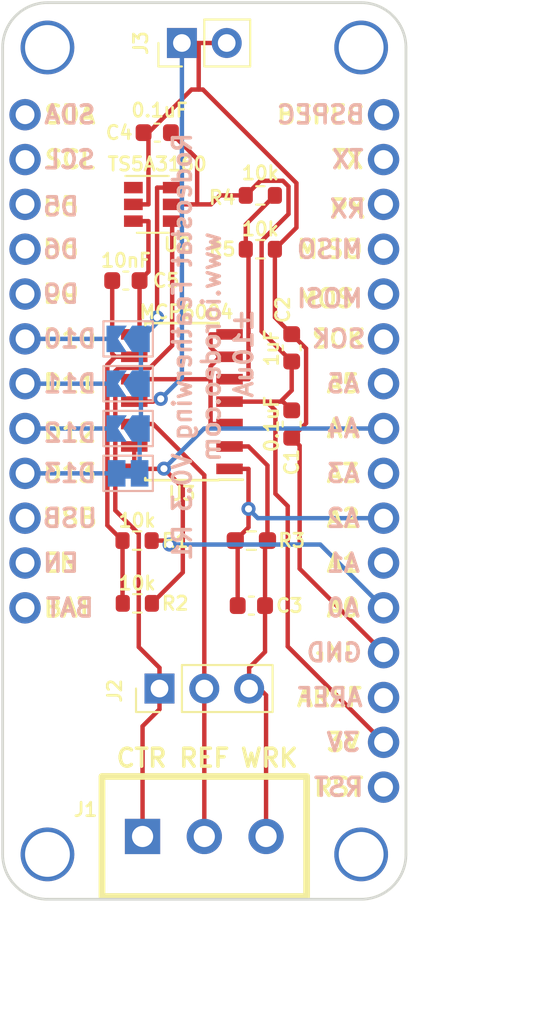
<source format=kicad_pcb>
(kicad_pcb (version 20171130) (host pcbnew 5.1.7-a382d34a8~87~ubuntu18.04.1)

  (general
    (thickness 1.6)
    (drawings 15)
    (tracks 145)
    (zones 0)
    (modules 20)
    (nets 38)
  )

  (page A4)
  (layers
    (0 F.Cu signal)
    (31 B.Cu signal)
    (32 B.Adhes user)
    (33 F.Adhes user)
    (34 B.Paste user)
    (35 F.Paste user)
    (36 B.SilkS user)
    (37 F.SilkS user)
    (38 B.Mask user)
    (39 F.Mask user)
    (40 Dwgs.User user)
    (41 Cmts.User user)
    (42 Eco1.User user)
    (43 Eco2.User user)
    (44 Edge.Cuts user)
    (45 Margin user)
    (46 B.CrtYd user)
    (47 F.CrtYd user)
    (48 B.Fab user)
    (49 F.Fab user)
  )

  (setup
    (last_trace_width 0.25)
    (trace_clearance 0.2)
    (zone_clearance 0.508)
    (zone_45_only no)
    (trace_min 0.2)
    (via_size 0.8)
    (via_drill 0.4)
    (via_min_size 0.4)
    (via_min_drill 0.3)
    (uvia_size 0.3)
    (uvia_drill 0.1)
    (uvias_allowed no)
    (uvia_min_size 0.2)
    (uvia_min_drill 0.1)
    (edge_width 0.15)
    (segment_width 0.2)
    (pcb_text_width 0.3)
    (pcb_text_size 1.5 1.5)
    (mod_edge_width 0.15)
    (mod_text_size 0.762 0.762)
    (mod_text_width 0.1524)
    (pad_size 1.524 1.524)
    (pad_drill 0.762)
    (pad_to_mask_clearance 0.051)
    (solder_mask_min_width 0.25)
    (aux_axis_origin 0 0)
    (visible_elements FFFFFF7F)
    (pcbplotparams
      (layerselection 0x010fc_ffffffff)
      (usegerberextensions false)
      (usegerberattributes false)
      (usegerberadvancedattributes false)
      (creategerberjobfile false)
      (excludeedgelayer true)
      (linewidth 0.100000)
      (plotframeref false)
      (viasonmask false)
      (mode 1)
      (useauxorigin false)
      (hpglpennumber 1)
      (hpglpenspeed 20)
      (hpglpendiameter 15.000000)
      (psnegative false)
      (psa4output false)
      (plotreference true)
      (plotvalue true)
      (plotinvisibletext false)
      (padsonsilk false)
      (subtractmaskfromsilk false)
      (outputformat 1)
      (mirror false)
      (drillshape 0)
      (scaleselection 1)
      (outputdirectory "gerber_v0p3_r1/10_uA/"))
  )

  (net 0 "")
  (net 1 GND)
  (net 2 /3V3)
  (net 3 "Net-(C5-Pad2)")
  (net 4 /CTR_ELECT)
  (net 5 /WRK_ELECT)
  (net 6 /AIN_TIA)
  (net 7 /DAC_SETPT)
  (net 8 /REF_ELECT_BUF)
  (net 9 "Net-(U1-Pad1)")
  (net 10 "Net-(U1-Pad2)")
  (net 11 "Net-(U1-Pad3)")
  (net 12 "Net-(U1-Pad4)")
  (net 13 "Net-(U1-Pad5)")
  (net 14 "Net-(U1-Pad10)")
  (net 15 "Net-(U1-Pad11)")
  (net 16 "Net-(U1-Pad12)")
  (net 17 "Net-(U1-Pad13)")
  (net 18 "Net-(U1-Pad15)")
  (net 19 "Net-(U1-Pad20)")
  (net 20 "Net-(U1-Pad22)")
  (net 21 "Net-(U1-Pad23)")
  (net 22 "Net-(U1-Pad24)")
  (net 23 "Net-(U1-Pad25)")
  (net 24 "Net-(U1-Pad26)")
  (net 25 "Net-(U1-Pad27)")
  (net 26 "Net-(U1-Pad28)")
  (net 27 /VGND)
  (net 28 /REF_ELECT)
  (net 29 "Net-(C5-Pad1)")
  (net 30 /SWITCH)
  (net 31 "Net-(JP1-Pad2)")
  (net 32 "Net-(JP2-Pad2)")
  (net 33 "Net-(JP3-Pad2)")
  (net 34 "Net-(JP4-Pad2)")
  (net 35 "Net-(R4-Pad2)")
  (net 36 "Net-(U1-Pad18)")
  (net 37 "Net-(U2-Pad1)")

  (net_class Default "This is the default net class."
    (clearance 0.2)
    (trace_width 0.25)
    (via_dia 0.8)
    (via_drill 0.4)
    (uvia_dia 0.3)
    (uvia_drill 0.1)
    (add_net /3V3)
    (add_net /AIN_TIA)
    (add_net /CTR_ELECT)
    (add_net /DAC_SETPT)
    (add_net /REF_ELECT)
    (add_net /REF_ELECT_BUF)
    (add_net /SWITCH)
    (add_net /VGND)
    (add_net /WRK_ELECT)
    (add_net GND)
    (add_net "Net-(C5-Pad1)")
    (add_net "Net-(C5-Pad2)")
    (add_net "Net-(JP1-Pad2)")
    (add_net "Net-(JP2-Pad2)")
    (add_net "Net-(JP3-Pad2)")
    (add_net "Net-(JP4-Pad2)")
    (add_net "Net-(R4-Pad2)")
    (add_net "Net-(U1-Pad1)")
    (add_net "Net-(U1-Pad10)")
    (add_net "Net-(U1-Pad11)")
    (add_net "Net-(U1-Pad12)")
    (add_net "Net-(U1-Pad13)")
    (add_net "Net-(U1-Pad15)")
    (add_net "Net-(U1-Pad18)")
    (add_net "Net-(U1-Pad2)")
    (add_net "Net-(U1-Pad20)")
    (add_net "Net-(U1-Pad22)")
    (add_net "Net-(U1-Pad23)")
    (add_net "Net-(U1-Pad24)")
    (add_net "Net-(U1-Pad25)")
    (add_net "Net-(U1-Pad26)")
    (add_net "Net-(U1-Pad27)")
    (add_net "Net-(U1-Pad28)")
    (add_net "Net-(U1-Pad3)")
    (add_net "Net-(U1-Pad4)")
    (add_net "Net-(U1-Pad5)")
    (add_net "Net-(U2-Pad1)")
  )

  (module feather_wing:feather_wing (layer F.Cu) (tedit 5E374787) (tstamp 5D7F9D47)
    (at 50.8 50.8)
    (path /5D5AD507)
    (fp_text reference U1 (at 0 -26.67) (layer F.SilkS) hide
      (effects (font (size 0.762 0.762) (thickness 0.1524)))
    )
    (fp_text value feather_wing (at 0 27.94) (layer F.Fab) hide
      (effects (font (size 0.762 0.762) (thickness 0.1524)))
    )
    (fp_line (start 8.89 -25.4) (end -8.89 -25.4) (layer F.SilkS) (width 0.15))
    (fp_line (start 11.43 -22.86) (end 11.43 22.86) (layer F.SilkS) (width 0.15))
    (fp_line (start 8.89 25.4) (end -8.89 25.4) (layer F.SilkS) (width 0.15))
    (fp_line (start -11.43 -22.86) (end -11.43 22.86) (layer F.SilkS) (width 0.15))
    (fp_text user RST (at 7.62 19.05) (layer F.SilkS)
      (effects (font (size 1.016 1.016) (thickness 0.2032)))
    )
    (fp_text user 3V (at 7.874 16.51) (layer F.SilkS)
      (effects (font (size 1.016 1.016) (thickness 0.2032)))
    )
    (fp_text user AREF (at 7.112 13.97) (layer F.SilkS)
      (effects (font (size 1.016 1.016) (thickness 0.2032)))
    )
    (fp_text user GND (at 7.366 11.43) (layer F.SilkS)
      (effects (font (size 1.016 1.016) (thickness 0.2032)))
    )
    (fp_text user A0 (at 7.874 8.89) (layer F.SilkS)
      (effects (font (size 1.016 1.016) (thickness 0.2032)))
    )
    (fp_text user A1 (at 7.874 6.35) (layer F.SilkS)
      (effects (font (size 1.016 1.016) (thickness 0.2032)))
    )
    (fp_text user A2 (at 7.874 3.81) (layer F.SilkS)
      (effects (font (size 1.016 1.016) (thickness 0.2032)))
    )
    (fp_text user A3 (at 7.874 1.27) (layer F.SilkS)
      (effects (font (size 1.016 1.016) (thickness 0.2032)))
    )
    (fp_text user A4 (at 7.874 -1.27) (layer F.SilkS)
      (effects (font (size 1.016 1.016) (thickness 0.2032)))
    )
    (fp_text user A5 (at 7.874 -3.81) (layer F.SilkS)
      (effects (font (size 1.016 1.016) (thickness 0.2032)))
    )
    (fp_text user SCK (at 7.62 -6.35) (layer F.SilkS)
      (effects (font (size 1.016 1.016) (thickness 0.2032)))
    )
    (fp_text user MOSI (at 7.112 -8.636) (layer F.SilkS)
      (effects (font (size 1.016 1.016) (thickness 0.2032)))
    )
    (fp_text user MISO (at 7.112 -11.43) (layer F.SilkS)
      (effects (font (size 1.016 1.016) (thickness 0.2032)))
    )
    (fp_text user RX (at 8.128 -13.716) (layer F.SilkS)
      (effects (font (size 1.016 1.016) (thickness 0.2032)))
    )
    (fp_text user TX (at 8.128 -16.51) (layer F.SilkS)
      (effects (font (size 1.016 1.016) (thickness 0.2032)))
    )
    (fp_text user BSPEC (at 6.604 -19.05) (layer F.SilkS)
      (effects (font (size 1.016 1.016) (thickness 0.2032)))
    )
    (fp_text user BAT (at -7.747 8.89) (layer F.SilkS)
      (effects (font (size 1.016 1.016) (thickness 0.2032)))
    )
    (fp_text user EN (at -8.128 6.35) (layer F.SilkS)
      (effects (font (size 1.016 1.016) (thickness 0.2032)))
    )
    (fp_text user USB (at -7.62 3.81) (layer F.SilkS)
      (effects (font (size 1.016 1.016) (thickness 0.2032)))
    )
    (fp_text user D13 (at -7.62 1.27) (layer F.SilkS)
      (effects (font (size 1.016 1.016) (thickness 0.2032)))
    )
    (fp_text user D12 (at -7.62 -1.016) (layer F.SilkS)
      (effects (font (size 1.016 1.016) (thickness 0.2032)))
    )
    (fp_text user D11 (at -7.62 -3.81) (layer F.SilkS)
      (effects (font (size 1.016 1.016) (thickness 0.2032)))
    )
    (fp_text user D10 (at -7.62 -6.35) (layer F.SilkS)
      (effects (font (size 1.016 1.016) (thickness 0.2032)))
    )
    (fp_text user D9 (at -8.128 -8.89) (layer F.SilkS)
      (effects (font (size 1.016 1.016) (thickness 0.2032)))
    )
    (fp_text user D6 (at -8.128 -11.43) (layer F.SilkS)
      (effects (font (size 1.016 1.016) (thickness 0.2032)))
    )
    (fp_text user D5 (at -8.128 -13.843) (layer F.SilkS)
      (effects (font (size 1.016 1.016) (thickness 0.2032)))
    )
    (fp_text user SCL (at -7.62 -16.51) (layer F.SilkS)
      (effects (font (size 1.016 1.016) (thickness 0.2032)))
    )
    (fp_text user SDA (at -7.62 -19.05) (layer F.SilkS)
      (effects (font (size 1.016 1.016) (thickness 0.2032)))
    )
    (fp_text user RST (at 7.62 19.05) (layer B.SilkS)
      (effects (font (size 1.016 1.016) (thickness 0.2032)) (justify mirror))
    )
    (fp_text user 3V (at 7.874 16.51) (layer B.SilkS)
      (effects (font (size 1.016 1.016) (thickness 0.2032)) (justify mirror))
    )
    (fp_text user AREF (at 7.112 13.97) (layer B.SilkS)
      (effects (font (size 1.016 1.016) (thickness 0.2032)) (justify mirror))
    )
    (fp_text user GND (at 7.366 11.43) (layer B.SilkS)
      (effects (font (size 1.016 1.016) (thickness 0.2032)) (justify mirror))
    )
    (fp_text user A0 (at 7.874 8.89) (layer B.SilkS)
      (effects (font (size 1.016 1.016) (thickness 0.2032)) (justify mirror))
    )
    (fp_text user A1 (at 7.874 6.35) (layer B.SilkS)
      (effects (font (size 1.016 1.016) (thickness 0.2032)) (justify mirror))
    )
    (fp_text user A2 (at 7.874 3.81) (layer B.SilkS)
      (effects (font (size 1.016 1.016) (thickness 0.2032)) (justify mirror))
    )
    (fp_text user A3 (at 7.874 1.27) (layer B.SilkS)
      (effects (font (size 1.016 1.016) (thickness 0.2032)) (justify mirror))
    )
    (fp_text user A4 (at 7.874 -1.27) (layer B.SilkS)
      (effects (font (size 1.016 1.016) (thickness 0.2032)) (justify mirror))
    )
    (fp_text user A5 (at 7.874 -3.81) (layer B.SilkS)
      (effects (font (size 1.016 1.016) (thickness 0.2032)) (justify mirror))
    )
    (fp_text user SCK (at 7.62 -6.35) (layer B.SilkS)
      (effects (font (size 1.016 1.016) (thickness 0.2032)) (justify mirror))
    )
    (fp_text user MOSI (at 7.112 -8.636) (layer B.SilkS)
      (effects (font (size 1.016 1.016) (thickness 0.2032)) (justify mirror))
    )
    (fp_text user MISO (at 7.112 -11.43) (layer B.SilkS)
      (effects (font (size 1.016 1.016) (thickness 0.2032)) (justify mirror))
    )
    (fp_text user RX (at 8.128 -13.716) (layer B.SilkS)
      (effects (font (size 1.016 1.016) (thickness 0.2032)) (justify mirror))
    )
    (fp_text user TX (at 8.128 -16.51) (layer B.SilkS)
      (effects (font (size 1.016 1.016) (thickness 0.2032)) (justify mirror))
    )
    (fp_text user BSPEC (at 6.604 -19.05) (layer B.SilkS)
      (effects (font (size 1.016 1.016) (thickness 0.2032)) (justify mirror))
    )
    (fp_text user BAT (at -7.62 8.89) (layer B.SilkS)
      (effects (font (size 1.016 1.016) (thickness 0.2032)) (justify mirror))
    )
    (fp_text user EN (at -8.128 6.35) (layer B.SilkS)
      (effects (font (size 1.016 1.016) (thickness 0.2032)) (justify mirror))
    )
    (fp_text user USB (at -7.62 3.81) (layer B.SilkS)
      (effects (font (size 1.016 1.016) (thickness 0.2032)) (justify mirror))
    )
    (fp_text user D13 (at -7.62 1.27) (layer B.SilkS)
      (effects (font (size 1.016 1.016) (thickness 0.2032)) (justify mirror))
    )
    (fp_text user D12 (at -7.62 -1.016) (layer B.SilkS)
      (effects (font (size 1.016 1.016) (thickness 0.2032)) (justify mirror))
    )
    (fp_text user D11 (at -7.62 -3.81) (layer B.SilkS)
      (effects (font (size 1.016 1.016) (thickness 0.2032)) (justify mirror))
    )
    (fp_text user D10 (at -7.62 -6.35) (layer B.SilkS)
      (effects (font (size 1.016 1.016) (thickness 0.2032)) (justify mirror))
    )
    (fp_text user D9 (at -8.128 -8.89) (layer B.SilkS)
      (effects (font (size 1.016 1.016) (thickness 0.2032)) (justify mirror))
    )
    (fp_text user D6 (at -8.128 -11.43) (layer B.SilkS)
      (effects (font (size 1.016 1.016) (thickness 0.2032)) (justify mirror))
    )
    (fp_text user D5 (at -8.128 -13.843) (layer B.SilkS)
      (effects (font (size 1.016 1.016) (thickness 0.2032)) (justify mirror))
    )
    (fp_text user SCL (at -7.62 -16.51) (layer B.SilkS)
      (effects (font (size 1.016 1.016) (thickness 0.2032)) (justify mirror))
    )
    (fp_text user SDA (at -7.62 -19.05) (layer B.SilkS)
      (effects (font (size 1.016 1.016) (thickness 0.2032)) (justify mirror))
    )
    (fp_arc (start -8.89 22.86) (end -11.43 22.86) (angle -90) (layer F.SilkS) (width 0.15))
    (fp_arc (start 8.89 22.86) (end 8.89 25.4) (angle -90) (layer F.SilkS) (width 0.15))
    (fp_arc (start 8.89 -22.86) (end 11.43 -22.86) (angle -90) (layer F.SilkS) (width 0.15))
    (fp_arc (start -8.89 -22.86) (end -8.89 -25.4) (angle -90) (layer F.SilkS) (width 0.15))
    (pad 28 thru_hole circle (at 10.16 -19.05) (size 1.778 1.778) (drill 1.0668) (layers *.Cu *.Mask)
      (net 26 "Net-(U1-Pad28)"))
    (pad 27 thru_hole circle (at 10.16 -16.51) (size 1.778 1.778) (drill 1.0668) (layers *.Cu *.Mask)
      (net 25 "Net-(U1-Pad27)"))
    (pad 26 thru_hole circle (at 10.16 -13.97) (size 1.778 1.778) (drill 1.0668) (layers *.Cu *.Mask)
      (net 24 "Net-(U1-Pad26)"))
    (pad 25 thru_hole circle (at 10.16 -11.43) (size 1.778 1.778) (drill 1.0668) (layers *.Cu *.Mask)
      (net 23 "Net-(U1-Pad25)"))
    (pad 24 thru_hole circle (at 10.16 -8.89) (size 1.778 1.778) (drill 1.0668) (layers *.Cu *.Mask)
      (net 22 "Net-(U1-Pad24)"))
    (pad 23 thru_hole circle (at 10.16 -6.35) (size 1.778 1.778) (drill 1.0668) (layers *.Cu *.Mask)
      (net 21 "Net-(U1-Pad23)"))
    (pad 22 thru_hole circle (at 10.16 -3.81) (size 1.778 1.778) (drill 1.0668) (layers *.Cu *.Mask)
      (net 20 "Net-(U1-Pad22)"))
    (pad 21 thru_hole circle (at 10.16 -1.27) (size 1.778 1.778) (drill 1.0668) (layers *.Cu *.Mask)
      (net 8 /REF_ELECT_BUF))
    (pad 20 thru_hole circle (at 10.16 1.27) (size 1.778 1.778) (drill 1.0668) (layers *.Cu *.Mask)
      (net 19 "Net-(U1-Pad20)"))
    (pad 19 thru_hole circle (at 10.16 3.81) (size 1.778 1.778) (drill 1.0668) (layers *.Cu *.Mask)
      (net 6 /AIN_TIA))
    (pad 18 thru_hole circle (at 10.16 6.35) (size 1.778 1.778) (drill 1.0668) (layers *.Cu *.Mask)
      (net 36 "Net-(U1-Pad18)"))
    (pad 17 thru_hole circle (at 10.16 8.89) (size 1.778 1.778) (drill 1.0668) (layers *.Cu *.Mask)
      (net 7 /DAC_SETPT))
    (pad 16 thru_hole circle (at 10.16 11.43) (size 1.778 1.778) (drill 1.0668) (layers *.Cu *.Mask)
      (net 1 GND))
    (pad 15 thru_hole circle (at 10.16 13.97) (size 1.778 1.778) (drill 1.0668) (layers *.Cu *.Mask)
      (net 18 "Net-(U1-Pad15)"))
    (pad 14 thru_hole circle (at 10.16 16.51) (size 1.778 1.778) (drill 1.0668) (layers *.Cu *.Mask)
      (net 2 /3V3))
    (pad 13 thru_hole circle (at 10.16 19.05) (size 1.778 1.778) (drill 1.0668) (layers *.Cu *.Mask)
      (net 17 "Net-(U1-Pad13)"))
    (pad 12 thru_hole circle (at -10.16 8.89) (size 1.778 1.778) (drill 1.0668) (layers *.Cu *.Mask)
      (net 16 "Net-(U1-Pad12)"))
    (pad 11 thru_hole circle (at -10.16 6.35) (size 1.778 1.778) (drill 1.0668) (layers *.Cu *.Mask)
      (net 15 "Net-(U1-Pad11)"))
    (pad 10 thru_hole circle (at -10.16 3.81) (size 1.778 1.778) (drill 1.0668) (layers *.Cu *.Mask)
      (net 14 "Net-(U1-Pad10)"))
    (pad 9 thru_hole circle (at -10.16 1.27) (size 1.778 1.778) (drill 1.0668) (layers *.Cu *.Mask)
      (net 31 "Net-(JP1-Pad2)"))
    (pad 8 thru_hole circle (at -10.16 -1.27) (size 1.778 1.778) (drill 1.0668) (layers *.Cu *.Mask)
      (net 32 "Net-(JP2-Pad2)"))
    (pad 7 thru_hole circle (at -10.16 -3.81) (size 1.778 1.778) (drill 1.0668) (layers *.Cu *.Mask)
      (net 33 "Net-(JP3-Pad2)"))
    (pad 6 thru_hole circle (at -10.16 -6.35) (size 1.778 1.778) (drill 1.0668) (layers *.Cu *.Mask)
      (net 34 "Net-(JP4-Pad2)"))
    (pad 5 thru_hole circle (at -10.16 -8.89) (size 1.778 1.778) (drill 1.0668) (layers *.Cu *.Mask)
      (net 13 "Net-(U1-Pad5)"))
    (pad 4 thru_hole circle (at -10.16 -11.43) (size 1.778 1.778) (drill 1.0668) (layers *.Cu *.Mask)
      (net 12 "Net-(U1-Pad4)"))
    (pad 3 thru_hole circle (at -10.16 -13.97) (size 1.778 1.778) (drill 1.0668) (layers *.Cu *.Mask)
      (net 11 "Net-(U1-Pad3)"))
    (pad 2 thru_hole circle (at -10.16 -16.51) (size 1.778 1.778) (drill 1.0668) (layers *.Cu *.Mask)
      (net 10 "Net-(U1-Pad2)"))
    (pad 1 thru_hole circle (at -10.16 -19.05) (size 1.778 1.778) (drill 1.0668) (layers *.Cu *.Mask)
      (net 9 "Net-(U1-Pad1)"))
    (pad "" thru_hole circle (at -8.89 22.86) (size 3.048 3.048) (drill 2.54) (layers *.Cu *.Mask))
    (pad "" thru_hole circle (at 8.89 22.86) (size 3.048 3.048) (drill 2.54) (layers *.Cu *.Mask))
    (pad "" np_thru_hole circle (at 8.89 -22.86) (size 3.048 3.048) (drill 2.54) (layers *.Cu *.Mask))
    (pad "" np_thru_hole circle (at -8.89 -22.86) (size 3.048 3.048) (drill 2.54) (layers *.Cu *.Mask))
  )

  (module OST_SCREW_TERM_3:CONNBLOCK3 (layer F.Cu) (tedit 5D5EDDE1) (tstamp 5D7F9CB5)
    (at 50.8 72.644)
    (path /5E6BFE61)
    (fp_text reference J1 (at -6.731 -1.524) (layer F.SilkS)
      (effects (font (size 0.762 0.762) (thickness 0.1524)))
    )
    (fp_text value Screw_Terminal_01x03 (at -0.20066 -5.40004) (layer F.SilkS) hide
      (effects (font (size 0.762 0.762) (thickness 0.1524)))
    )
    (fp_line (start 5.79882 -3.40106) (end -5.79882 -3.40106) (layer F.SilkS) (width 0.381))
    (fp_line (start 5.79882 3.40106) (end 5.79882 -3.40106) (layer F.SilkS) (width 0.381))
    (fp_line (start -5.79882 3.40106) (end 5.79882 3.40106) (layer F.SilkS) (width 0.381))
    (fp_line (start -5.79882 -3.40106) (end -5.79882 3.40106) (layer F.SilkS) (width 0.381))
    (pad 2 thru_hole circle (at 0 0) (size 2 2) (drill 1.2) (layers *.Cu *.Mask)
      (net 28 /REF_ELECT))
    (pad 1 thru_hole rect (at -3.50012 0) (size 2 2) (drill 1.2) (layers *.Cu *.Mask)
      (net 4 /CTR_ELECT))
    (pad 3 thru_hole circle (at 3.50012 0) (size 2 2) (drill 1.2) (layers *.Cu *.Mask)
      (net 5 /WRK_ELECT))
  )

  (module Connector_PinHeader_2.54mm:PinHeader_1x03_P2.54mm_Vertical (layer F.Cu) (tedit 5E3740AD) (tstamp 5E42A848)
    (at 48.26 64.262 90)
    (descr "Through hole straight pin header, 1x03, 2.54mm pitch, single row")
    (tags "Through hole pin header THT 1x03 2.54mm single row")
    (path /5E6BFCA1)
    (fp_text reference J2 (at -0.127 -2.54 90) (layer F.SilkS)
      (effects (font (size 0.762 0.762) (thickness 0.1524)))
    )
    (fp_text value Conn_01x03 (at 0 7.41 90) (layer F.Fab) hide
      (effects (font (size 0.762 0.762) (thickness 0.1524)))
    )
    (fp_line (start 1.8 -1.8) (end -1.8 -1.8) (layer F.CrtYd) (width 0.05))
    (fp_line (start 1.8 6.85) (end 1.8 -1.8) (layer F.CrtYd) (width 0.05))
    (fp_line (start -1.8 6.85) (end 1.8 6.85) (layer F.CrtYd) (width 0.05))
    (fp_line (start -1.8 -1.8) (end -1.8 6.85) (layer F.CrtYd) (width 0.05))
    (fp_line (start -1.33 -1.33) (end 0 -1.33) (layer F.SilkS) (width 0.12))
    (fp_line (start -1.33 0) (end -1.33 -1.33) (layer F.SilkS) (width 0.12))
    (fp_line (start -1.33 1.27) (end 1.33 1.27) (layer F.SilkS) (width 0.12))
    (fp_line (start 1.33 1.27) (end 1.33 6.41) (layer F.SilkS) (width 0.12))
    (fp_line (start -1.33 1.27) (end -1.33 6.41) (layer F.SilkS) (width 0.12))
    (fp_line (start -1.33 6.41) (end 1.33 6.41) (layer F.SilkS) (width 0.12))
    (fp_line (start -1.27 -0.635) (end -0.635 -1.27) (layer F.Fab) (width 0.1))
    (fp_line (start -1.27 6.35) (end -1.27 -0.635) (layer F.Fab) (width 0.1))
    (fp_line (start 1.27 6.35) (end -1.27 6.35) (layer F.Fab) (width 0.1))
    (fp_line (start 1.27 -1.27) (end 1.27 6.35) (layer F.Fab) (width 0.1))
    (fp_line (start -0.635 -1.27) (end 1.27 -1.27) (layer F.Fab) (width 0.1))
    (fp_text user %R (at 0 2.54 180) (layer F.Fab)
      (effects (font (size 0.762 0.762) (thickness 0.1524)))
    )
    (pad 1 thru_hole rect (at 0 0 90) (size 1.7 1.7) (drill 1) (layers *.Cu *.Mask)
      (net 4 /CTR_ELECT))
    (pad 2 thru_hole oval (at 0 2.54 90) (size 1.7 1.7) (drill 1) (layers *.Cu *.Mask)
      (net 28 /REF_ELECT))
    (pad 3 thru_hole oval (at 0 5.08 90) (size 1.7 1.7) (drill 1) (layers *.Cu *.Mask)
      (net 5 /WRK_ELECT))
    (model ${KISYS3DMOD}/Connector_PinHeader_2.54mm.3dshapes/PinHeader_1x03_P2.54mm_Vertical.wrl
      (at (xyz 0 0 0))
      (scale (xyz 1 1 1))
      (rotate (xyz 0 0 0))
    )
  )

  (module Connector_PinHeader_2.54mm:PinHeader_1x02_P2.54mm_Vertical (layer F.Cu) (tedit 5E3740F6) (tstamp 5E42A85E)
    (at 49.53 27.686 90)
    (descr "Through hole straight pin header, 1x02, 2.54mm pitch, single row")
    (tags "Through hole pin header THT 1x02 2.54mm single row")
    (path /5E6BF263)
    (fp_text reference J3 (at 0 -2.33 90) (layer F.SilkS)
      (effects (font (size 0.762 0.762) (thickness 0.1524)))
    )
    (fp_text value Conn_01x02 (at 0 4.87 90) (layer F.Fab) hide
      (effects (font (size 0.762 0.762) (thickness 0.1524)))
    )
    (fp_line (start 1.8 -1.8) (end -1.8 -1.8) (layer F.CrtYd) (width 0.05))
    (fp_line (start 1.8 4.35) (end 1.8 -1.8) (layer F.CrtYd) (width 0.05))
    (fp_line (start -1.8 4.35) (end 1.8 4.35) (layer F.CrtYd) (width 0.05))
    (fp_line (start -1.8 -1.8) (end -1.8 4.35) (layer F.CrtYd) (width 0.05))
    (fp_line (start -1.33 -1.33) (end 0 -1.33) (layer F.SilkS) (width 0.12))
    (fp_line (start -1.33 0) (end -1.33 -1.33) (layer F.SilkS) (width 0.12))
    (fp_line (start -1.33 1.27) (end 1.33 1.27) (layer F.SilkS) (width 0.12))
    (fp_line (start 1.33 1.27) (end 1.33 3.87) (layer F.SilkS) (width 0.12))
    (fp_line (start -1.33 1.27) (end -1.33 3.87) (layer F.SilkS) (width 0.12))
    (fp_line (start -1.33 3.87) (end 1.33 3.87) (layer F.SilkS) (width 0.12))
    (fp_line (start -1.27 -0.635) (end -0.635 -1.27) (layer F.Fab) (width 0.1))
    (fp_line (start -1.27 3.81) (end -1.27 -0.635) (layer F.Fab) (width 0.1))
    (fp_line (start 1.27 3.81) (end -1.27 3.81) (layer F.Fab) (width 0.1))
    (fp_line (start 1.27 -1.27) (end 1.27 3.81) (layer F.Fab) (width 0.1))
    (fp_line (start -0.635 -1.27) (end 1.27 -1.27) (layer F.Fab) (width 0.1))
    (fp_text user %R (at 0 1.27 180) (layer F.Fab)
      (effects (font (size 0.762 0.762) (thickness 0.1524)))
    )
    (pad 1 thru_hole rect (at 0 0 90) (size 1.7 1.7) (drill 1) (layers *.Cu *.Mask)
      (net 1 GND))
    (pad 2 thru_hole oval (at 0 2.54 90) (size 1.7 1.7) (drill 1) (layers *.Cu *.Mask)
      (net 1 GND))
    (model ${KISYS3DMOD}/Connector_PinHeader_2.54mm.3dshapes/PinHeader_1x02_P2.54mm_Vertical.wrl
      (at (xyz 0 0 0))
      (scale (xyz 1 1 1))
      (rotate (xyz 0 0 0))
    )
  )

  (module Jumper:SolderJumper-2_P1.3mm_Bridged_Pad1.0x1.5mm (layer B.Cu) (tedit 5E3746CD) (tstamp 5E42A86C)
    (at 46.482 52.07 180)
    (descr "SMD Solder Jumper, 1x1.5mm Pads, 0.3mm gap, bridged with 1 copper strip")
    (tags "solder jumper open")
    (path /5E462E81)
    (attr virtual)
    (fp_text reference JP1 (at 0 1.8 180) (layer B.SilkS) hide
      (effects (font (size 0.762 0.762) (thickness 0.1524)) (justify mirror))
    )
    (fp_text value Jumper_2_Bridged (at 0 -1.9 180) (layer B.Fab) hide
      (effects (font (size 0.762 0.762) (thickness 0.1524)) (justify mirror))
    )
    (fp_line (start 1.65 -1.25) (end -1.65 -1.25) (layer B.CrtYd) (width 0.05))
    (fp_line (start 1.65 -1.25) (end 1.65 1.25) (layer B.CrtYd) (width 0.05))
    (fp_line (start -1.65 1.25) (end -1.65 -1.25) (layer B.CrtYd) (width 0.05))
    (fp_line (start -1.65 1.25) (end 1.65 1.25) (layer B.CrtYd) (width 0.05))
    (fp_line (start -1.4 1) (end 1.4 1) (layer B.SilkS) (width 0.12))
    (fp_line (start 1.4 1) (end 1.4 -1) (layer B.SilkS) (width 0.12))
    (fp_line (start 1.4 -1) (end -1.4 -1) (layer B.SilkS) (width 0.12))
    (fp_line (start -1.4 -1) (end -1.4 1) (layer B.SilkS) (width 0.12))
    (pad 1 smd custom (at -0.65 0 180) (size 1 1.5) (layers B.Cu B.Mask)
      (net 30 /SWITCH)
      (options (clearance outline) (anchor rect))
      (primitives
        (gr_poly (pts
           (xy 0.4 0.3) (xy 0.9 0.3) (xy 0.9 -0.3) (xy 0.4 -0.3)) (width 0))
      ))
    (pad 2 smd rect (at 0.65 0 180) (size 1 1.5) (layers B.Cu B.Mask)
      (net 31 "Net-(JP1-Pad2)"))
  )

  (module Jumper:SolderJumper-2_P1.3mm_Open_TrianglePad1.0x1.5mm (layer B.Cu) (tedit 5E3746C3) (tstamp 5E42A87A)
    (at 46.482 49.53 180)
    (descr "SMD Solder Jumper, 1x1.5mm Triangular Pads, 0.3mm gap, open")
    (tags "solder jumper open")
    (path /5E46315A)
    (attr virtual)
    (fp_text reference JP2 (at 0 1.8 180) (layer B.SilkS) hide
      (effects (font (size 0.762 0.762) (thickness 0.1524)) (justify mirror))
    )
    (fp_text value Jumper_2_Open (at 0 -1.9 180) (layer B.Fab) hide
      (effects (font (size 0.762 0.762) (thickness 0.1524)) (justify mirror))
    )
    (fp_line (start -1.4 -1) (end -1.4 1) (layer B.SilkS) (width 0.12))
    (fp_line (start 1.4 -1) (end -1.4 -1) (layer B.SilkS) (width 0.12))
    (fp_line (start 1.4 1) (end 1.4 -1) (layer B.SilkS) (width 0.12))
    (fp_line (start -1.4 1) (end 1.4 1) (layer B.SilkS) (width 0.12))
    (fp_line (start -1.65 1.25) (end 1.65 1.25) (layer B.CrtYd) (width 0.05))
    (fp_line (start -1.65 1.25) (end -1.65 -1.25) (layer B.CrtYd) (width 0.05))
    (fp_line (start 1.65 -1.25) (end 1.65 1.25) (layer B.CrtYd) (width 0.05))
    (fp_line (start 1.65 -1.25) (end -1.65 -1.25) (layer B.CrtYd) (width 0.05))
    (pad 1 smd custom (at -0.725 0 180) (size 0.3 0.3) (layers B.Cu B.Mask)
      (net 30 /SWITCH) (zone_connect 0)
      (options (clearance outline) (anchor rect))
      (primitives
        (gr_poly (pts
           (xy -0.5 0.75) (xy 0.5 0.75) (xy 1 0) (xy 0.5 -0.75) (xy -0.5 -0.75)
) (width 0))
      ))
    (pad 2 smd custom (at 0.725 0 180) (size 0.3 0.3) (layers B.Cu B.Mask)
      (net 32 "Net-(JP2-Pad2)") (zone_connect 0)
      (options (clearance outline) (anchor rect))
      (primitives
        (gr_poly (pts
           (xy -0.65 0.75) (xy 0.5 0.75) (xy 0.5 -0.75) (xy -0.65 -0.75) (xy -0.15 0)
) (width 0))
      ))
  )

  (module Jumper:SolderJumper-2_P1.3mm_Open_TrianglePad1.0x1.5mm (layer B.Cu) (tedit 5E3746B8) (tstamp 5E42A888)
    (at 46.482 46.99 180)
    (descr "SMD Solder Jumper, 1x1.5mm Triangular Pads, 0.3mm gap, open")
    (tags "solder jumper open")
    (path /5E462FFE)
    (attr virtual)
    (fp_text reference JP3 (at 0 1.8 180) (layer B.SilkS) hide
      (effects (font (size 0.762 0.762) (thickness 0.1524)) (justify mirror))
    )
    (fp_text value Jumper_2_Open (at 0 -1.9 180) (layer B.Fab) hide
      (effects (font (size 0.762 0.762) (thickness 0.1524)) (justify mirror))
    )
    (fp_line (start 1.65 -1.25) (end -1.65 -1.25) (layer B.CrtYd) (width 0.05))
    (fp_line (start 1.65 -1.25) (end 1.65 1.25) (layer B.CrtYd) (width 0.05))
    (fp_line (start -1.65 1.25) (end -1.65 -1.25) (layer B.CrtYd) (width 0.05))
    (fp_line (start -1.65 1.25) (end 1.65 1.25) (layer B.CrtYd) (width 0.05))
    (fp_line (start -1.4 1) (end 1.4 1) (layer B.SilkS) (width 0.12))
    (fp_line (start 1.4 1) (end 1.4 -1) (layer B.SilkS) (width 0.12))
    (fp_line (start 1.4 -1) (end -1.4 -1) (layer B.SilkS) (width 0.12))
    (fp_line (start -1.4 -1) (end -1.4 1) (layer B.SilkS) (width 0.12))
    (pad 2 smd custom (at 0.725 0 180) (size 0.3 0.3) (layers B.Cu B.Mask)
      (net 33 "Net-(JP3-Pad2)") (zone_connect 0)
      (options (clearance outline) (anchor rect))
      (primitives
        (gr_poly (pts
           (xy -0.65 0.75) (xy 0.5 0.75) (xy 0.5 -0.75) (xy -0.65 -0.75) (xy -0.15 0)
) (width 0))
      ))
    (pad 1 smd custom (at -0.725 0 180) (size 0.3 0.3) (layers B.Cu B.Mask)
      (net 30 /SWITCH) (zone_connect 0)
      (options (clearance outline) (anchor rect))
      (primitives
        (gr_poly (pts
           (xy -0.5 0.75) (xy 0.5 0.75) (xy 1 0) (xy 0.5 -0.75) (xy -0.5 -0.75)
) (width 0))
      ))
  )

  (module Jumper:SolderJumper-2_P1.3mm_Open_TrianglePad1.0x1.5mm (layer B.Cu) (tedit 5E3746AE) (tstamp 5E42A896)
    (at 46.482 44.45 180)
    (descr "SMD Solder Jumper, 1x1.5mm Triangular Pads, 0.3mm gap, open")
    (tags "solder jumper open")
    (path /5E6B9E99)
    (attr virtual)
    (fp_text reference JP4 (at 0 1.8 180) (layer B.SilkS) hide
      (effects (font (size 0.762 0.762) (thickness 0.1524)) (justify mirror))
    )
    (fp_text value Jumper_2_Open (at 0 -1.9 180) (layer B.Fab) hide
      (effects (font (size 0.762 0.762) (thickness 0.1524)) (justify mirror))
    )
    (fp_line (start 1.65 -1.25) (end -1.65 -1.25) (layer B.CrtYd) (width 0.05))
    (fp_line (start 1.65 -1.25) (end 1.65 1.25) (layer B.CrtYd) (width 0.05))
    (fp_line (start -1.65 1.25) (end -1.65 -1.25) (layer B.CrtYd) (width 0.05))
    (fp_line (start -1.65 1.25) (end 1.65 1.25) (layer B.CrtYd) (width 0.05))
    (fp_line (start -1.4 1) (end 1.4 1) (layer B.SilkS) (width 0.12))
    (fp_line (start 1.4 1) (end 1.4 -1) (layer B.SilkS) (width 0.12))
    (fp_line (start 1.4 -1) (end -1.4 -1) (layer B.SilkS) (width 0.12))
    (fp_line (start -1.4 -1) (end -1.4 1) (layer B.SilkS) (width 0.12))
    (pad 2 smd custom (at 0.725 0 180) (size 0.3 0.3) (layers B.Cu B.Mask)
      (net 34 "Net-(JP4-Pad2)") (zone_connect 0)
      (options (clearance outline) (anchor rect))
      (primitives
        (gr_poly (pts
           (xy -0.65 0.75) (xy 0.5 0.75) (xy 0.5 -0.75) (xy -0.65 -0.75) (xy -0.15 0)
) (width 0))
      ))
    (pad 1 smd custom (at -0.725 0 180) (size 0.3 0.3) (layers B.Cu B.Mask)
      (net 30 /SWITCH) (zone_connect 0)
      (options (clearance outline) (anchor rect))
      (primitives
        (gr_poly (pts
           (xy -0.5 0.75) (xy 0.5 0.75) (xy 1 0) (xy 0.5 -0.75) (xy -0.5 -0.75)
) (width 0))
      ))
  )

  (module Package_SO:SOIC-14_3.9x8.7mm_P1.27mm (layer F.Cu) (tedit 5E3749F0) (tstamp 5E42A924)
    (at 49.53 48.006 180)
    (descr "14-Lead Plastic Small Outline (SL) - Narrow, 3.90 mm Body [SOIC] (see Microchip Packaging Specification 00000049BS.pdf)")
    (tags "SOIC 1.27")
    (path /5E49FC09)
    (attr smd)
    (fp_text reference U3 (at 0 -5.207 180) (layer F.SilkS)
      (effects (font (size 0.762 0.762) (thickness 0.1524)))
    )
    (fp_text value MCP6004 (at -0.254 5.08) (layer F.SilkS)
      (effects (font (size 0.762 0.762) (thickness 0.1524)))
    )
    (fp_line (start -0.95 -4.35) (end 1.95 -4.35) (layer F.Fab) (width 0.15))
    (fp_line (start 1.95 -4.35) (end 1.95 4.35) (layer F.Fab) (width 0.15))
    (fp_line (start 1.95 4.35) (end -1.95 4.35) (layer F.Fab) (width 0.15))
    (fp_line (start -1.95 4.35) (end -1.95 -3.35) (layer F.Fab) (width 0.15))
    (fp_line (start -1.95 -3.35) (end -0.95 -4.35) (layer F.Fab) (width 0.15))
    (fp_line (start -3.7 -4.65) (end -3.7 4.65) (layer F.CrtYd) (width 0.05))
    (fp_line (start 3.7 -4.65) (end 3.7 4.65) (layer F.CrtYd) (width 0.05))
    (fp_line (start -3.7 -4.65) (end 3.7 -4.65) (layer F.CrtYd) (width 0.05))
    (fp_line (start -3.7 4.65) (end 3.7 4.65) (layer F.CrtYd) (width 0.05))
    (fp_line (start -2.075 -4.45) (end -2.075 -4.425) (layer F.SilkS) (width 0.15))
    (fp_line (start 2.075 -4.45) (end 2.075 -4.335) (layer F.SilkS) (width 0.15))
    (fp_line (start 2.075 4.45) (end 2.075 4.335) (layer F.SilkS) (width 0.15))
    (fp_line (start -2.075 4.45) (end -2.075 4.335) (layer F.SilkS) (width 0.15))
    (fp_line (start -2.075 -4.45) (end 2.075 -4.45) (layer F.SilkS) (width 0.15))
    (fp_line (start -2.075 4.45) (end 2.075 4.45) (layer F.SilkS) (width 0.15))
    (fp_line (start -2.075 -4.425) (end -3.45 -4.425) (layer F.SilkS) (width 0.15))
    (fp_text user %R (at 0 0 180) (layer F.Fab) hide
      (effects (font (size 0.762 0.762) (thickness 0.1524)))
    )
    (pad 14 smd rect (at 2.7 -3.81 180) (size 1.5 0.6) (layers F.Cu F.Paste F.Mask)
      (net 8 /REF_ELECT_BUF))
    (pad 13 smd rect (at 2.7 -2.54 180) (size 1.5 0.6) (layers F.Cu F.Paste F.Mask)
      (net 8 /REF_ELECT_BUF))
    (pad 12 smd rect (at 2.7 -1.27 180) (size 1.5 0.6) (layers F.Cu F.Paste F.Mask)
      (net 28 /REF_ELECT))
    (pad 11 smd rect (at 2.7 0 180) (size 1.5 0.6) (layers F.Cu F.Paste F.Mask)
      (net 1 GND))
    (pad 10 smd rect (at 2.7 1.27 180) (size 1.5 0.6) (layers F.Cu F.Paste F.Mask)
      (net 27 /VGND))
    (pad 9 smd rect (at 2.7 2.54 180) (size 1.5 0.6) (layers F.Cu F.Paste F.Mask)
      (net 3 "Net-(C5-Pad2)"))
    (pad 8 smd rect (at 2.7 3.81 180) (size 1.5 0.6) (layers F.Cu F.Paste F.Mask)
      (net 29 "Net-(C5-Pad1)"))
    (pad 7 smd rect (at -2.7 3.81 180) (size 1.5 0.6) (layers F.Cu F.Paste F.Mask)
      (net 27 /VGND))
    (pad 6 smd rect (at -2.7 2.54 180) (size 1.5 0.6) (layers F.Cu F.Paste F.Mask)
      (net 27 /VGND))
    (pad 5 smd rect (at -2.7 1.27 180) (size 1.5 0.6) (layers F.Cu F.Paste F.Mask)
      (net 35 "Net-(R4-Pad2)"))
    (pad 4 smd rect (at -2.7 0 180) (size 1.5 0.6) (layers F.Cu F.Paste F.Mask)
      (net 2 /3V3))
    (pad 3 smd rect (at -2.7 -1.27 180) (size 1.5 0.6) (layers F.Cu F.Paste F.Mask)
      (net 27 /VGND))
    (pad 2 smd rect (at -2.7 -2.54 180) (size 1.5 0.6) (layers F.Cu F.Paste F.Mask)
      (net 5 /WRK_ELECT))
    (pad 1 smd rect (at -2.7 -3.81 180) (size 1.5 0.6) (layers F.Cu F.Paste F.Mask)
      (net 6 /AIN_TIA))
    (model ${KISYS3DMOD}/Package_SO.3dshapes/SOIC-14_3.9x8.7mm_P1.27mm.wrl
      (at (xyz 0 0 0))
      (scale (xyz 1 1 1))
      (rotate (xyz 0 0 0))
    )
  )

  (module Capacitor_SMD:C_0603_1608Metric (layer F.Cu) (tedit 5F68FEEE) (tstamp 5FD32DCC)
    (at 55.753 49.276 270)
    (descr "Capacitor SMD 0603 (1608 Metric), square (rectangular) end terminal, IPC_7351 nominal, (Body size source: IPC-SM-782 page 76, https://www.pcb-3d.com/wordpress/wp-content/uploads/ipc-sm-782a_amendment_1_and_2.pdf), generated with kicad-footprint-generator")
    (tags capacitor)
    (path /5E522CD9)
    (attr smd)
    (fp_text reference C1 (at 2.159 0 90) (layer F.SilkS)
      (effects (font (size 0.762 0.762) (thickness 0.1524)))
    )
    (fp_text value 0.1uF (at 0 1.143 90) (layer F.SilkS)
      (effects (font (size 0.762 0.762) (thickness 0.1524)))
    )
    (fp_line (start 1.48 0.73) (end -1.48 0.73) (layer F.CrtYd) (width 0.05))
    (fp_line (start 1.48 -0.73) (end 1.48 0.73) (layer F.CrtYd) (width 0.05))
    (fp_line (start -1.48 -0.73) (end 1.48 -0.73) (layer F.CrtYd) (width 0.05))
    (fp_line (start -1.48 0.73) (end -1.48 -0.73) (layer F.CrtYd) (width 0.05))
    (fp_line (start -0.14058 0.51) (end 0.14058 0.51) (layer F.SilkS) (width 0.12))
    (fp_line (start -0.14058 -0.51) (end 0.14058 -0.51) (layer F.SilkS) (width 0.12))
    (fp_line (start 0.8 0.4) (end -0.8 0.4) (layer F.Fab) (width 0.1))
    (fp_line (start 0.8 -0.4) (end 0.8 0.4) (layer F.Fab) (width 0.1))
    (fp_line (start -0.8 -0.4) (end 0.8 -0.4) (layer F.Fab) (width 0.1))
    (fp_line (start -0.8 0.4) (end -0.8 -0.4) (layer F.Fab) (width 0.1))
    (fp_text user %R (at 0 0 90) (layer F.Fab)
      (effects (font (size 0.762 0.762) (thickness 0.1524)))
    )
    (pad 1 smd roundrect (at -0.775 0 270) (size 0.9 0.95) (layers F.Cu F.Paste F.Mask) (roundrect_rratio 0.25)
      (net 2 /3V3))
    (pad 2 smd roundrect (at 0.775 0 270) (size 0.9 0.95) (layers F.Cu F.Paste F.Mask) (roundrect_rratio 0.25)
      (net 1 GND))
    (model ${KISYS3DMOD}/Capacitor_SMD.3dshapes/C_0603_1608Metric.wrl
      (at (xyz 0 0 0))
      (scale (xyz 1 1 1))
      (rotate (xyz 0 0 0))
    )
  )

  (module Capacitor_SMD:C_0603_1608Metric (layer F.Cu) (tedit 5F68FEEE) (tstamp 5FD32DDC)
    (at 55.753 44.958 90)
    (descr "Capacitor SMD 0603 (1608 Metric), square (rectangular) end terminal, IPC_7351 nominal, (Body size source: IPC-SM-782 page 76, https://www.pcb-3d.com/wordpress/wp-content/uploads/ipc-sm-782a_amendment_1_and_2.pdf), generated with kicad-footprint-generator")
    (tags capacitor)
    (path /5E522A57)
    (attr smd)
    (fp_text reference C2 (at 2.159 -0.508 90) (layer F.SilkS)
      (effects (font (size 0.762 0.762) (thickness 0.1524)))
    )
    (fp_text value 1uF (at 0 -1.143 90) (layer F.SilkS)
      (effects (font (size 0.762 0.762) (thickness 0.1524)))
    )
    (fp_line (start -0.8 0.4) (end -0.8 -0.4) (layer F.Fab) (width 0.1))
    (fp_line (start -0.8 -0.4) (end 0.8 -0.4) (layer F.Fab) (width 0.1))
    (fp_line (start 0.8 -0.4) (end 0.8 0.4) (layer F.Fab) (width 0.1))
    (fp_line (start 0.8 0.4) (end -0.8 0.4) (layer F.Fab) (width 0.1))
    (fp_line (start -0.14058 -0.51) (end 0.14058 -0.51) (layer F.SilkS) (width 0.12))
    (fp_line (start -0.14058 0.51) (end 0.14058 0.51) (layer F.SilkS) (width 0.12))
    (fp_line (start -1.48 0.73) (end -1.48 -0.73) (layer F.CrtYd) (width 0.05))
    (fp_line (start -1.48 -0.73) (end 1.48 -0.73) (layer F.CrtYd) (width 0.05))
    (fp_line (start 1.48 -0.73) (end 1.48 0.73) (layer F.CrtYd) (width 0.05))
    (fp_line (start 1.48 0.73) (end -1.48 0.73) (layer F.CrtYd) (width 0.05))
    (fp_text user %R (at 0 0 90) (layer F.Fab)
      (effects (font (size 0.762 0.762) (thickness 0.1524)))
    )
    (pad 2 smd roundrect (at 0.775 0 90) (size 0.9 0.95) (layers F.Cu F.Paste F.Mask) (roundrect_rratio 0.25)
      (net 1 GND))
    (pad 1 smd roundrect (at -0.775 0 90) (size 0.9 0.95) (layers F.Cu F.Paste F.Mask) (roundrect_rratio 0.25)
      (net 2 /3V3))
    (model ${KISYS3DMOD}/Capacitor_SMD.3dshapes/C_0603_1608Metric.wrl
      (at (xyz 0 0 0))
      (scale (xyz 1 1 1))
      (rotate (xyz 0 0 0))
    )
  )

  (module Capacitor_SMD:C_0603_1608Metric (layer F.Cu) (tedit 5F68FEEE) (tstamp 5FD32DEC)
    (at 53.467 59.563 180)
    (descr "Capacitor SMD 0603 (1608 Metric), square (rectangular) end terminal, IPC_7351 nominal, (Body size source: IPC-SM-782 page 76, https://www.pcb-3d.com/wordpress/wp-content/uploads/ipc-sm-782a_amendment_1_and_2.pdf), generated with kicad-footprint-generator")
    (tags capacitor)
    (path /5E5A9242)
    (attr smd)
    (fp_text reference C3 (at -2.159 0) (layer F.SilkS)
      (effects (font (size 0.762 0.762) (thickness 0.1524)))
    )
    (fp_text value 56nF (at 0 1.43) (layer F.Fab) hide
      (effects (font (size 0.762 0.762) (thickness 0.1524)))
    )
    (fp_line (start -0.8 0.4) (end -0.8 -0.4) (layer F.Fab) (width 0.1))
    (fp_line (start -0.8 -0.4) (end 0.8 -0.4) (layer F.Fab) (width 0.1))
    (fp_line (start 0.8 -0.4) (end 0.8 0.4) (layer F.Fab) (width 0.1))
    (fp_line (start 0.8 0.4) (end -0.8 0.4) (layer F.Fab) (width 0.1))
    (fp_line (start -0.14058 -0.51) (end 0.14058 -0.51) (layer F.SilkS) (width 0.12))
    (fp_line (start -0.14058 0.51) (end 0.14058 0.51) (layer F.SilkS) (width 0.12))
    (fp_line (start -1.48 0.73) (end -1.48 -0.73) (layer F.CrtYd) (width 0.05))
    (fp_line (start -1.48 -0.73) (end 1.48 -0.73) (layer F.CrtYd) (width 0.05))
    (fp_line (start 1.48 -0.73) (end 1.48 0.73) (layer F.CrtYd) (width 0.05))
    (fp_line (start 1.48 0.73) (end -1.48 0.73) (layer F.CrtYd) (width 0.05))
    (fp_text user %R (at 0 0) (layer F.Fab)
      (effects (font (size 0.762 0.762) (thickness 0.1524)))
    )
    (pad 2 smd roundrect (at 0.775 0 180) (size 0.9 0.95) (layers F.Cu F.Paste F.Mask) (roundrect_rratio 0.25)
      (net 6 /AIN_TIA))
    (pad 1 smd roundrect (at -0.775 0 180) (size 0.9 0.95) (layers F.Cu F.Paste F.Mask) (roundrect_rratio 0.25)
      (net 5 /WRK_ELECT))
    (model ${KISYS3DMOD}/Capacitor_SMD.3dshapes/C_0603_1608Metric.wrl
      (at (xyz 0 0 0))
      (scale (xyz 1 1 1))
      (rotate (xyz 0 0 0))
    )
  )

  (module Capacitor_SMD:C_0603_1608Metric (layer F.Cu) (tedit 5F68FEEE) (tstamp 5FD32DFC)
    (at 48.133 32.766 180)
    (descr "Capacitor SMD 0603 (1608 Metric), square (rectangular) end terminal, IPC_7351 nominal, (Body size source: IPC-SM-782 page 76, https://www.pcb-3d.com/wordpress/wp-content/uploads/ipc-sm-782a_amendment_1_and_2.pdf), generated with kicad-footprint-generator")
    (tags capacitor)
    (path /5E6D752A)
    (attr smd)
    (fp_text reference C4 (at 2.159 0) (layer F.SilkS)
      (effects (font (size 0.762 0.762) (thickness 0.1524)))
    )
    (fp_text value 0.1uF (at -0.127 1.27) (layer F.SilkS)
      (effects (font (size 0.762 0.762) (thickness 0.1524)))
    )
    (fp_line (start 1.48 0.73) (end -1.48 0.73) (layer F.CrtYd) (width 0.05))
    (fp_line (start 1.48 -0.73) (end 1.48 0.73) (layer F.CrtYd) (width 0.05))
    (fp_line (start -1.48 -0.73) (end 1.48 -0.73) (layer F.CrtYd) (width 0.05))
    (fp_line (start -1.48 0.73) (end -1.48 -0.73) (layer F.CrtYd) (width 0.05))
    (fp_line (start -0.14058 0.51) (end 0.14058 0.51) (layer F.SilkS) (width 0.12))
    (fp_line (start -0.14058 -0.51) (end 0.14058 -0.51) (layer F.SilkS) (width 0.12))
    (fp_line (start 0.8 0.4) (end -0.8 0.4) (layer F.Fab) (width 0.1))
    (fp_line (start 0.8 -0.4) (end 0.8 0.4) (layer F.Fab) (width 0.1))
    (fp_line (start -0.8 -0.4) (end 0.8 -0.4) (layer F.Fab) (width 0.1))
    (fp_line (start -0.8 0.4) (end -0.8 -0.4) (layer F.Fab) (width 0.1))
    (fp_text user %R (at 0 0) (layer F.Fab)
      (effects (font (size 0.762 0.762) (thickness 0.1524)))
    )
    (pad 1 smd roundrect (at -0.775 0 180) (size 0.9 0.95) (layers F.Cu F.Paste F.Mask) (roundrect_rratio 0.25)
      (net 2 /3V3))
    (pad 2 smd roundrect (at 0.775 0 180) (size 0.9 0.95) (layers F.Cu F.Paste F.Mask) (roundrect_rratio 0.25)
      (net 1 GND))
    (model ${KISYS3DMOD}/Capacitor_SMD.3dshapes/C_0603_1608Metric.wrl
      (at (xyz 0 0 0))
      (scale (xyz 1 1 1))
      (rotate (xyz 0 0 0))
    )
  )

  (module Capacitor_SMD:C_0603_1608Metric (layer F.Cu) (tedit 5F68FEEE) (tstamp 5FD32E0C)
    (at 46.355 41.148 180)
    (descr "Capacitor SMD 0603 (1608 Metric), square (rectangular) end terminal, IPC_7351 nominal, (Body size source: IPC-SM-782 page 76, https://www.pcb-3d.com/wordpress/wp-content/uploads/ipc-sm-782a_amendment_1_and_2.pdf), generated with kicad-footprint-generator")
    (tags capacitor)
    (path /5E4A054E)
    (attr smd)
    (fp_text reference C5 (at -2.286 0) (layer F.SilkS)
      (effects (font (size 0.762 0.762) (thickness 0.1524)))
    )
    (fp_text value 10nF (at 0 1.143) (layer F.SilkS)
      (effects (font (size 0.762 0.762) (thickness 0.1524)))
    )
    (fp_line (start 1.48 0.73) (end -1.48 0.73) (layer F.CrtYd) (width 0.05))
    (fp_line (start 1.48 -0.73) (end 1.48 0.73) (layer F.CrtYd) (width 0.05))
    (fp_line (start -1.48 -0.73) (end 1.48 -0.73) (layer F.CrtYd) (width 0.05))
    (fp_line (start -1.48 0.73) (end -1.48 -0.73) (layer F.CrtYd) (width 0.05))
    (fp_line (start -0.14058 0.51) (end 0.14058 0.51) (layer F.SilkS) (width 0.12))
    (fp_line (start -0.14058 -0.51) (end 0.14058 -0.51) (layer F.SilkS) (width 0.12))
    (fp_line (start 0.8 0.4) (end -0.8 0.4) (layer F.Fab) (width 0.1))
    (fp_line (start 0.8 -0.4) (end 0.8 0.4) (layer F.Fab) (width 0.1))
    (fp_line (start -0.8 -0.4) (end 0.8 -0.4) (layer F.Fab) (width 0.1))
    (fp_line (start -0.8 0.4) (end -0.8 -0.4) (layer F.Fab) (width 0.1))
    (fp_text user %R (at 0 0) (layer F.Fab)
      (effects (font (size 0.762 0.762) (thickness 0.1524)))
    )
    (pad 1 smd roundrect (at -0.775 0 180) (size 0.9 0.95) (layers F.Cu F.Paste F.Mask) (roundrect_rratio 0.25)
      (net 29 "Net-(C5-Pad1)"))
    (pad 2 smd roundrect (at 0.775 0 180) (size 0.9 0.95) (layers F.Cu F.Paste F.Mask) (roundrect_rratio 0.25)
      (net 3 "Net-(C5-Pad2)"))
    (model ${KISYS3DMOD}/Capacitor_SMD.3dshapes/C_0603_1608Metric.wrl
      (at (xyz 0 0 0))
      (scale (xyz 1 1 1))
      (rotate (xyz 0 0 0))
    )
  )

  (module Resistor_SMD:R_0603_1608Metric (layer F.Cu) (tedit 5F68FEEE) (tstamp 5FD32E1C)
    (at 46.99 55.88)
    (descr "Resistor SMD 0603 (1608 Metric), square (rectangular) end terminal, IPC_7351 nominal, (Body size source: IPC-SM-782 page 72, https://www.pcb-3d.com/wordpress/wp-content/uploads/ipc-sm-782a_amendment_1_and_2.pdf), generated with kicad-footprint-generator")
    (tags resistor)
    (path /5E4A095C)
    (attr smd)
    (fp_text reference R1 (at 2.159 0) (layer F.SilkS)
      (effects (font (size 0.762 0.762) (thickness 0.1524)))
    )
    (fp_text value 10k (at 0 -1.143) (layer F.SilkS)
      (effects (font (size 0.762 0.762) (thickness 0.1524)))
    )
    (fp_line (start 1.48 0.73) (end -1.48 0.73) (layer F.CrtYd) (width 0.05))
    (fp_line (start 1.48 -0.73) (end 1.48 0.73) (layer F.CrtYd) (width 0.05))
    (fp_line (start -1.48 -0.73) (end 1.48 -0.73) (layer F.CrtYd) (width 0.05))
    (fp_line (start -1.48 0.73) (end -1.48 -0.73) (layer F.CrtYd) (width 0.05))
    (fp_line (start -0.237258 0.5225) (end 0.237258 0.5225) (layer F.SilkS) (width 0.12))
    (fp_line (start -0.237258 -0.5225) (end 0.237258 -0.5225) (layer F.SilkS) (width 0.12))
    (fp_line (start 0.8 0.4125) (end -0.8 0.4125) (layer F.Fab) (width 0.1))
    (fp_line (start 0.8 -0.4125) (end 0.8 0.4125) (layer F.Fab) (width 0.1))
    (fp_line (start -0.8 -0.4125) (end 0.8 -0.4125) (layer F.Fab) (width 0.1))
    (fp_line (start -0.8 0.4125) (end -0.8 -0.4125) (layer F.Fab) (width 0.1))
    (fp_text user %R (at 0 0) (layer F.Fab)
      (effects (font (size 0.762 0.762) (thickness 0.1524)))
    )
    (pad 1 smd roundrect (at -0.825 0) (size 0.8 0.95) (layers F.Cu F.Paste F.Mask) (roundrect_rratio 0.25)
      (net 3 "Net-(C5-Pad2)"))
    (pad 2 smd roundrect (at 0.825 0) (size 0.8 0.95) (layers F.Cu F.Paste F.Mask) (roundrect_rratio 0.25)
      (net 7 /DAC_SETPT))
    (model ${KISYS3DMOD}/Resistor_SMD.3dshapes/R_0603_1608Metric.wrl
      (at (xyz 0 0 0))
      (scale (xyz 1 1 1))
      (rotate (xyz 0 0 0))
    )
  )

  (module Resistor_SMD:R_0603_1608Metric (layer F.Cu) (tedit 5F68FEEE) (tstamp 5FD32E2C)
    (at 47.004 59.436 180)
    (descr "Resistor SMD 0603 (1608 Metric), square (rectangular) end terminal, IPC_7351 nominal, (Body size source: IPC-SM-782 page 72, https://www.pcb-3d.com/wordpress/wp-content/uploads/ipc-sm-782a_amendment_1_and_2.pdf), generated with kicad-footprint-generator")
    (tags resistor)
    (path /5E4A0FA4)
    (attr smd)
    (fp_text reference R2 (at -2.145 0) (layer F.SilkS)
      (effects (font (size 0.762 0.762) (thickness 0.1524)))
    )
    (fp_text value 10k (at 0.014 1.143) (layer F.SilkS)
      (effects (font (size 0.762 0.762) (thickness 0.1524)))
    )
    (fp_line (start -0.8 0.4125) (end -0.8 -0.4125) (layer F.Fab) (width 0.1))
    (fp_line (start -0.8 -0.4125) (end 0.8 -0.4125) (layer F.Fab) (width 0.1))
    (fp_line (start 0.8 -0.4125) (end 0.8 0.4125) (layer F.Fab) (width 0.1))
    (fp_line (start 0.8 0.4125) (end -0.8 0.4125) (layer F.Fab) (width 0.1))
    (fp_line (start -0.237258 -0.5225) (end 0.237258 -0.5225) (layer F.SilkS) (width 0.12))
    (fp_line (start -0.237258 0.5225) (end 0.237258 0.5225) (layer F.SilkS) (width 0.12))
    (fp_line (start -1.48 0.73) (end -1.48 -0.73) (layer F.CrtYd) (width 0.05))
    (fp_line (start -1.48 -0.73) (end 1.48 -0.73) (layer F.CrtYd) (width 0.05))
    (fp_line (start 1.48 -0.73) (end 1.48 0.73) (layer F.CrtYd) (width 0.05))
    (fp_line (start 1.48 0.73) (end -1.48 0.73) (layer F.CrtYd) (width 0.05))
    (fp_text user %R (at 0 0) (layer F.Fab)
      (effects (font (size 0.762 0.762) (thickness 0.1524)))
    )
    (pad 2 smd roundrect (at 0.825 0 180) (size 0.8 0.95) (layers F.Cu F.Paste F.Mask) (roundrect_rratio 0.25)
      (net 3 "Net-(C5-Pad2)"))
    (pad 1 smd roundrect (at -0.825 0 180) (size 0.8 0.95) (layers F.Cu F.Paste F.Mask) (roundrect_rratio 0.25)
      (net 8 /REF_ELECT_BUF))
    (model ${KISYS3DMOD}/Resistor_SMD.3dshapes/R_0603_1608Metric.wrl
      (at (xyz 0 0 0))
      (scale (xyz 1 1 1))
      (rotate (xyz 0 0 0))
    )
  )

  (module Resistor_SMD:R_0603_1608Metric_Pad0.98x0.95mm_HandSolder (layer F.Cu) (tedit 5F68FEEE) (tstamp 5FD32E3C)
    (at 53.467 55.88 180)
    (descr "Resistor SMD 0603 (1608 Metric), square (rectangular) end terminal, IPC_7351 nominal with elongated pad for handsoldering. (Body size source: IPC-SM-782 page 72, https://www.pcb-3d.com/wordpress/wp-content/uploads/ipc-sm-782a_amendment_1_and_2.pdf), generated with kicad-footprint-generator")
    (tags "resistor handsolder")
    (path /5E5A8D76)
    (attr smd)
    (fp_text reference R3 (at -2.286 0) (layer F.SilkS)
      (effects (font (size 0.762 0.762) (thickness 0.1524)))
    )
    (fp_text value 16.5k (at 0 1.43) (layer F.Fab) hide
      (effects (font (size 0.762 0.762) (thickness 0.1524)))
    )
    (fp_line (start 1.65 0.73) (end -1.65 0.73) (layer F.CrtYd) (width 0.05))
    (fp_line (start 1.65 -0.73) (end 1.65 0.73) (layer F.CrtYd) (width 0.05))
    (fp_line (start -1.65 -0.73) (end 1.65 -0.73) (layer F.CrtYd) (width 0.05))
    (fp_line (start -1.65 0.73) (end -1.65 -0.73) (layer F.CrtYd) (width 0.05))
    (fp_line (start -0.254724 0.5225) (end 0.254724 0.5225) (layer F.SilkS) (width 0.12))
    (fp_line (start -0.254724 -0.5225) (end 0.254724 -0.5225) (layer F.SilkS) (width 0.12))
    (fp_line (start 0.8 0.4125) (end -0.8 0.4125) (layer F.Fab) (width 0.1))
    (fp_line (start 0.8 -0.4125) (end 0.8 0.4125) (layer F.Fab) (width 0.1))
    (fp_line (start -0.8 -0.4125) (end 0.8 -0.4125) (layer F.Fab) (width 0.1))
    (fp_line (start -0.8 0.4125) (end -0.8 -0.4125) (layer F.Fab) (width 0.1))
    (fp_text user %R (at 0 0) (layer F.Fab)
      (effects (font (size 0.762 0.762) (thickness 0.1524)))
    )
    (pad 1 smd roundrect (at -0.9125 0 180) (size 0.975 0.95) (layers F.Cu F.Paste F.Mask) (roundrect_rratio 0.25)
      (net 5 /WRK_ELECT))
    (pad 2 smd roundrect (at 0.9125 0 180) (size 0.975 0.95) (layers F.Cu F.Paste F.Mask) (roundrect_rratio 0.25)
      (net 6 /AIN_TIA))
    (model ${KISYS3DMOD}/Resistor_SMD.3dshapes/R_0603_1608Metric.wrl
      (at (xyz 0 0 0))
      (scale (xyz 1 1 1))
      (rotate (xyz 0 0 0))
    )
  )

  (module Resistor_SMD:R_0603_1608Metric (layer F.Cu) (tedit 5F68FEEE) (tstamp 5FD32E4C)
    (at 53.975 36.322)
    (descr "Resistor SMD 0603 (1608 Metric), square (rectangular) end terminal, IPC_7351 nominal, (Body size source: IPC-SM-782 page 72, https://www.pcb-3d.com/wordpress/wp-content/uploads/ipc-sm-782a_amendment_1_and_2.pdf), generated with kicad-footprint-generator")
    (tags resistor)
    (path /5E586BCC)
    (attr smd)
    (fp_text reference R4 (at -2.159 0.127) (layer F.SilkS)
      (effects (font (size 0.762 0.762) (thickness 0.1524)))
    )
    (fp_text value 10k (at 0 -1.27) (layer F.SilkS)
      (effects (font (size 0.762 0.762) (thickness 0.1524)))
    )
    (fp_line (start -0.8 0.4125) (end -0.8 -0.4125) (layer F.Fab) (width 0.1))
    (fp_line (start -0.8 -0.4125) (end 0.8 -0.4125) (layer F.Fab) (width 0.1))
    (fp_line (start 0.8 -0.4125) (end 0.8 0.4125) (layer F.Fab) (width 0.1))
    (fp_line (start 0.8 0.4125) (end -0.8 0.4125) (layer F.Fab) (width 0.1))
    (fp_line (start -0.237258 -0.5225) (end 0.237258 -0.5225) (layer F.SilkS) (width 0.12))
    (fp_line (start -0.237258 0.5225) (end 0.237258 0.5225) (layer F.SilkS) (width 0.12))
    (fp_line (start -1.48 0.73) (end -1.48 -0.73) (layer F.CrtYd) (width 0.05))
    (fp_line (start -1.48 -0.73) (end 1.48 -0.73) (layer F.CrtYd) (width 0.05))
    (fp_line (start 1.48 -0.73) (end 1.48 0.73) (layer F.CrtYd) (width 0.05))
    (fp_line (start 1.48 0.73) (end -1.48 0.73) (layer F.CrtYd) (width 0.05))
    (fp_text user %R (at 0 0) (layer F.Fab)
      (effects (font (size 0.762 0.762) (thickness 0.1524)))
    )
    (pad 2 smd roundrect (at 0.825 0) (size 0.8 0.95) (layers F.Cu F.Paste F.Mask) (roundrect_rratio 0.25)
      (net 35 "Net-(R4-Pad2)"))
    (pad 1 smd roundrect (at -0.825 0) (size 0.8 0.95) (layers F.Cu F.Paste F.Mask) (roundrect_rratio 0.25)
      (net 2 /3V3))
    (model ${KISYS3DMOD}/Resistor_SMD.3dshapes/R_0603_1608Metric.wrl
      (at (xyz 0 0 0))
      (scale (xyz 1 1 1))
      (rotate (xyz 0 0 0))
    )
  )

  (module Resistor_SMD:R_0603_1608Metric (layer F.Cu) (tedit 5F68FEEE) (tstamp 5FD32E5C)
    (at 53.975 39.37)
    (descr "Resistor SMD 0603 (1608 Metric), square (rectangular) end terminal, IPC_7351 nominal, (Body size source: IPC-SM-782 page 72, https://www.pcb-3d.com/wordpress/wp-content/uploads/ipc-sm-782a_amendment_1_and_2.pdf), generated with kicad-footprint-generator")
    (tags resistor)
    (path /5E586BC6)
    (attr smd)
    (fp_text reference R5 (at -2.159 0) (layer F.SilkS)
      (effects (font (size 0.762 0.762) (thickness 0.1524)))
    )
    (fp_text value 10k (at 0 -1.143) (layer F.SilkS)
      (effects (font (size 0.762 0.762) (thickness 0.1524)))
    )
    (fp_line (start 1.48 0.73) (end -1.48 0.73) (layer F.CrtYd) (width 0.05))
    (fp_line (start 1.48 -0.73) (end 1.48 0.73) (layer F.CrtYd) (width 0.05))
    (fp_line (start -1.48 -0.73) (end 1.48 -0.73) (layer F.CrtYd) (width 0.05))
    (fp_line (start -1.48 0.73) (end -1.48 -0.73) (layer F.CrtYd) (width 0.05))
    (fp_line (start -0.237258 0.5225) (end 0.237258 0.5225) (layer F.SilkS) (width 0.12))
    (fp_line (start -0.237258 -0.5225) (end 0.237258 -0.5225) (layer F.SilkS) (width 0.12))
    (fp_line (start 0.8 0.4125) (end -0.8 0.4125) (layer F.Fab) (width 0.1))
    (fp_line (start 0.8 -0.4125) (end 0.8 0.4125) (layer F.Fab) (width 0.1))
    (fp_line (start -0.8 -0.4125) (end 0.8 -0.4125) (layer F.Fab) (width 0.1))
    (fp_line (start -0.8 0.4125) (end -0.8 -0.4125) (layer F.Fab) (width 0.1))
    (fp_text user %R (at 0 0) (layer F.Fab)
      (effects (font (size 0.762 0.762) (thickness 0.1524)))
    )
    (pad 1 smd roundrect (at -0.825 0) (size 0.8 0.95) (layers F.Cu F.Paste F.Mask) (roundrect_rratio 0.25)
      (net 35 "Net-(R4-Pad2)"))
    (pad 2 smd roundrect (at 0.825 0) (size 0.8 0.95) (layers F.Cu F.Paste F.Mask) (roundrect_rratio 0.25)
      (net 1 GND))
    (model ${KISYS3DMOD}/Resistor_SMD.3dshapes/R_0603_1608Metric.wrl
      (at (xyz 0 0 0))
      (scale (xyz 1 1 1))
      (rotate (xyz 0 0 0))
    )
  )

  (module Package_TO_SOT_SMD:SOT-23-6 (layer F.Cu) (tedit 5A02FF57) (tstamp 5FD5AE84)
    (at 47.879 36.83)
    (descr "6-pin SOT-23 package")
    (tags SOT-23-6)
    (path /5FD59459)
    (attr smd)
    (fp_text reference U2 (at 1.397 2.286) (layer F.SilkS)
      (effects (font (size 0.762 0.762) (thickness 0.1524)))
    )
    (fp_text value TS5A3160 (at 0.254 -2.286) (layer F.SilkS)
      (effects (font (size 0.762 0.762) (thickness 0.1524)))
    )
    (fp_line (start -0.9 1.61) (end 0.9 1.61) (layer F.SilkS) (width 0.12))
    (fp_line (start 0.9 -1.61) (end -1.55 -1.61) (layer F.SilkS) (width 0.12))
    (fp_line (start 1.9 -1.8) (end -1.9 -1.8) (layer F.CrtYd) (width 0.05))
    (fp_line (start 1.9 1.8) (end 1.9 -1.8) (layer F.CrtYd) (width 0.05))
    (fp_line (start -1.9 1.8) (end 1.9 1.8) (layer F.CrtYd) (width 0.05))
    (fp_line (start -1.9 -1.8) (end -1.9 1.8) (layer F.CrtYd) (width 0.05))
    (fp_line (start -0.9 -0.9) (end -0.25 -1.55) (layer F.Fab) (width 0.1))
    (fp_line (start 0.9 -1.55) (end -0.25 -1.55) (layer F.Fab) (width 0.1))
    (fp_line (start -0.9 -0.9) (end -0.9 1.55) (layer F.Fab) (width 0.1))
    (fp_line (start 0.9 1.55) (end -0.9 1.55) (layer F.Fab) (width 0.1))
    (fp_line (start 0.9 -1.55) (end 0.9 1.55) (layer F.Fab) (width 0.1))
    (fp_text user %R (at 0 0 90) (layer F.Fab)
      (effects (font (size 0.5 0.5) (thickness 0.075)))
    )
    (pad 1 smd rect (at -1.1 -0.95) (size 1.06 0.65) (layers F.Cu F.Paste F.Mask)
      (net 37 "Net-(U2-Pad1)"))
    (pad 2 smd rect (at -1.1 0) (size 1.06 0.65) (layers F.Cu F.Paste F.Mask)
      (net 1 GND))
    (pad 3 smd rect (at -1.1 0.95) (size 1.06 0.65) (layers F.Cu F.Paste F.Mask)
      (net 29 "Net-(C5-Pad1)"))
    (pad 4 smd rect (at 1.1 0.95) (size 1.06 0.65) (layers F.Cu F.Paste F.Mask)
      (net 4 /CTR_ELECT))
    (pad 6 smd rect (at 1.1 -0.95) (size 1.06 0.65) (layers F.Cu F.Paste F.Mask)
      (net 30 /SWITCH))
    (pad 5 smd rect (at 1.1 0) (size 1.06 0.65) (layers F.Cu F.Paste F.Mask)
      (net 2 /3V3))
    (model ${KISYS3DMOD}/Package_TO_SOT_SMD.3dshapes/SOT-23-6.wrl
      (at (xyz 0 0 0))
      (scale (xyz 1 1 1))
      (rotate (xyz 0 0 0))
    )
  )

  (gr_text ±10uA (at 53.0352 45.2628 90) (layer B.SilkS)
    (effects (font (size 1.016 1.016) (thickness 0.2032)) (justify mirror))
  )
  (dimension 22.86 (width 0.3) (layer Dwgs.User)
    (gr_text "0.9000 in" (at 50.8 84.65) (layer Dwgs.User)
      (effects (font (size 1.5 1.5) (thickness 0.3)))
    )
    (feature1 (pts (xy 62.23 73.66) (xy 62.23 83.136421)))
    (feature2 (pts (xy 39.37 73.66) (xy 39.37 83.136421)))
    (crossbar (pts (xy 39.37 82.55) (xy 62.23 82.55)))
    (arrow1a (pts (xy 62.23 82.55) (xy 61.103496 83.136421)))
    (arrow1b (pts (xy 62.23 82.55) (xy 61.103496 81.963579)))
    (arrow2a (pts (xy 39.37 82.55) (xy 40.496504 83.136421)))
    (arrow2b (pts (xy 39.37 82.55) (xy 40.496504 81.963579)))
  )
  (dimension 50.8 (width 0.3) (layer Dwgs.User)
    (gr_text "2.0000 in" (at 68.648 50.8 270) (layer Dwgs.User)
      (effects (font (size 1.5 1.5) (thickness 0.3)))
    )
    (feature1 (pts (xy 59.69 76.2) (xy 67.134421 76.2)))
    (feature2 (pts (xy 59.69 25.4) (xy 67.134421 25.4)))
    (crossbar (pts (xy 66.548 25.4) (xy 66.548 76.2)))
    (arrow1a (pts (xy 66.548 76.2) (xy 65.961579 75.073496)))
    (arrow1b (pts (xy 66.548 76.2) (xy 67.134421 75.073496)))
    (arrow2a (pts (xy 66.548 25.4) (xy 65.961579 26.526504)))
    (arrow2b (pts (xy 66.548 25.4) (xy 67.134421 26.526504)))
  )
  (gr_line (start 39.37 73.66) (end 39.37 27.94) (layer Edge.Cuts) (width 0.15))
  (gr_line (start 59.69 76.2) (end 41.91 76.2) (layer Edge.Cuts) (width 0.15))
  (gr_line (start 62.23 27.94) (end 62.23 73.66) (layer Edge.Cuts) (width 0.15))
  (gr_arc (start 59.69 27.94) (end 62.23 27.94) (angle -90) (layer Edge.Cuts) (width 0.15))
  (gr_line (start 41.91 25.4) (end 59.69 25.4) (layer Edge.Cuts) (width 0.15))
  (gr_arc (start 59.69 73.66) (end 59.69 76.2) (angle -90) (layer Edge.Cuts) (width 0.15))
  (gr_arc (start 41.91 73.66) (end 39.37 73.66) (angle -90) (layer Edge.Cuts) (width 0.15))
  (gr_arc (start 41.91 27.94) (end 41.91 25.4) (angle -90) (layer Edge.Cuts) (width 0.15))
  (gr_text "Rodeostat Featherwing V0.3 R1\nwww.iorodeo.com" (at 50.3682 44.9072 90) (layer B.SilkS)
    (effects (font (size 1.016 1.016) (thickness 0.2032)) (justify mirror))
  )
  (gr_text WRK (at 54.483 68.199) (layer F.SilkS) (tstamp 5D80F346)
    (effects (font (size 1.016 1.016) (thickness 0.2032)))
  )
  (gr_text REF (at 50.8 68.199) (layer F.SilkS) (tstamp 5D80F27B)
    (effects (font (size 1.016 1.016) (thickness 0.2032)))
  )
  (gr_text CTR (at 47.244 68.199) (layer F.SilkS)
    (effects (font (size 1.016 1.016) (thickness 0.2032)))
  )

  (segment (start 54.8 39.37) (end 56.0218 38.1482) (width 0.25) (layer F.Cu) (net 1))
  (segment (start 56.0218 38.1482) (end 56.0218 35.6246) (width 0.25) (layer F.Cu) (net 1))
  (segment (start 56.0218 35.6246) (end 50.7213 30.3241) (width 0.25) (layer F.Cu) (net 1))
  (segment (start 50.7213 30.3241) (end 50.4825 30.3241) (width 0.25) (layer F.Cu) (net 1))
  (segment (start 48.3307 47.8496) (end 48.0617 47.8496) (width 0.25) (layer F.Cu) (net 1))
  (segment (start 48.0617 47.8496) (end 47.9053 48.006) (width 0.25) (layer F.Cu) (net 1))
  (segment (start 49.53 27.686) (end 49.53 46.6503) (width 0.25) (layer B.Cu) (net 1))
  (segment (start 49.53 46.6503) (end 48.3307 47.8496) (width 0.25) (layer B.Cu) (net 1))
  (segment (start 55.753 44.183) (end 56.5684 44.9984) (width 0.25) (layer F.Cu) (net 1))
  (segment (start 56.5684 44.9984) (end 56.5684 49.2356) (width 0.25) (layer F.Cu) (net 1))
  (segment (start 56.5684 49.2356) (end 55.753 50.051) (width 0.25) (layer F.Cu) (net 1))
  (segment (start 54.8 39.37) (end 54.8 43.23) (width 0.25) (layer F.Cu) (net 1))
  (segment (start 54.8 43.23) (end 55.753 44.183) (width 0.25) (layer F.Cu) (net 1))
  (segment (start 46.83 48.006) (end 47.9053 48.006) (width 0.25) (layer F.Cu) (net 1))
  (segment (start 60.96 62.23) (end 56.2033 57.4733) (width 0.25) (layer F.Cu) (net 1))
  (segment (start 56.2033 57.4733) (end 56.2033 50.5013) (width 0.25) (layer F.Cu) (net 1))
  (segment (start 56.2033 50.5013) (end 55.753 50.051) (width 0.25) (layer F.Cu) (net 1))
  (segment (start 50.4825 30.3241) (end 50.0762 30.3241) (width 0.25) (layer F.Cu) (net 1))
  (segment (start 50.0762 30.3241) (end 47.6343 32.766) (width 0.25) (layer F.Cu) (net 1))
  (segment (start 50.4825 27.686) (end 50.4825 30.3241) (width 0.25) (layer F.Cu) (net 1))
  (segment (start 47.6343 32.766) (end 47.358 32.766) (width 0.25) (layer F.Cu) (net 1))
  (segment (start 47.6343 32.766) (end 47.6343 36.83) (width 0.25) (layer F.Cu) (net 1))
  (segment (start 46.779 36.83) (end 47.6343 36.83) (width 0.25) (layer F.Cu) (net 1))
  (segment (start 50.4825 27.686) (end 52.07 27.686) (width 0.25) (layer F.Cu) (net 1))
  (segment (start 49.53 27.686) (end 50.4825 27.686) (width 0.25) (layer F.Cu) (net 1))
  (via (at 48.3307 47.8496) (size 0.8) (layers F.Cu B.Cu) (net 1))
  (segment (start 55.753 45.733) (end 54.0472 44.0272) (width 0.25) (layer F.Cu) (net 2))
  (segment (start 54.0472 44.0272) (end 54.0472 38.9027) (width 0.25) (layer F.Cu) (net 2))
  (segment (start 54.0472 38.9027) (end 55.5715 37.3784) (width 0.25) (layer F.Cu) (net 2))
  (segment (start 55.5715 37.3784) (end 55.5715 35.8112) (width 0.25) (layer F.Cu) (net 2))
  (segment (start 55.5715 35.8112) (end 55.254 35.4937) (width 0.25) (layer F.Cu) (net 2))
  (segment (start 55.254 35.4937) (end 53.9783 35.4937) (width 0.25) (layer F.Cu) (net 2))
  (segment (start 53.9783 35.4937) (end 53.15 36.322) (width 0.25) (layer F.Cu) (net 2))
  (segment (start 55.753 45.733) (end 55.753 47.371) (width 0.25) (layer F.Cu) (net 2))
  (segment (start 55.753 47.371) (end 55.118 48.006) (width 0.25) (layer F.Cu) (net 2))
  (segment (start 54.3242 48.006) (end 54.8299 48.5117) (width 0.25) (layer F.Cu) (net 2))
  (segment (start 54.8299 48.5117) (end 54.8299 53.2251) (width 0.25) (layer F.Cu) (net 2))
  (segment (start 54.8299 53.2251) (end 55.5279 53.9231) (width 0.25) (layer F.Cu) (net 2))
  (segment (start 55.5279 53.9231) (end 55.5279 61.8779) (width 0.25) (layer F.Cu) (net 2))
  (segment (start 55.5279 61.8779) (end 60.96 67.31) (width 0.25) (layer F.Cu) (net 2))
  (segment (start 54.3242 48.006) (end 55.118 48.006) (width 0.25) (layer F.Cu) (net 2))
  (segment (start 52.23 48.006) (end 54.3242 48.006) (width 0.25) (layer F.Cu) (net 2))
  (segment (start 55.118 48.006) (end 55.258 48.006) (width 0.25) (layer F.Cu) (net 2))
  (segment (start 55.258 48.006) (end 55.753 48.501) (width 0.25) (layer F.Cu) (net 2))
  (segment (start 50.3951 36.83) (end 51.181 36.83) (width 0.25) (layer F.Cu) (net 2))
  (segment (start 51.181 36.83) (end 51.689 36.322) (width 0.25) (layer F.Cu) (net 2))
  (segment (start 51.689 36.322) (end 53.15 36.322) (width 0.25) (layer F.Cu) (net 2))
  (segment (start 50.3951 36.83) (end 50.3951 34.2531) (width 0.25) (layer F.Cu) (net 2))
  (segment (start 50.3951 34.2531) (end 48.908 32.766) (width 0.25) (layer F.Cu) (net 2))
  (segment (start 48.979 36.83) (end 50.3951 36.83) (width 0.25) (layer F.Cu) (net 2))
  (segment (start 45.7547 45.466) (end 45.3044 45.9163) (width 0.25) (layer F.Cu) (net 3))
  (segment (start 45.3044 45.9163) (end 45.3044 55.0194) (width 0.25) (layer F.Cu) (net 3))
  (segment (start 45.3044 55.0194) (end 46.165 55.88) (width 0.25) (layer F.Cu) (net 3))
  (segment (start 45.58 41.148) (end 45.58 45.2913) (width 0.25) (layer F.Cu) (net 3))
  (segment (start 45.58 45.2913) (end 45.7547 45.466) (width 0.25) (layer F.Cu) (net 3))
  (segment (start 46.179 59.436) (end 46.165 59.422) (width 0.25) (layer F.Cu) (net 3))
  (segment (start 46.165 59.422) (end 46.165 55.88) (width 0.25) (layer F.Cu) (net 3))
  (segment (start 46.83 45.466) (end 45.7547 45.466) (width 0.25) (layer F.Cu) (net 3))
  (segment (start 48.26 64.262) (end 48.26 63.0867) (width 0.25) (layer F.Cu) (net 4))
  (segment (start 48.979 37.78) (end 48.979 44.8271) (width 0.25) (layer F.Cu) (net 4))
  (segment (start 48.979 44.8271) (end 47.7147 46.0914) (width 0.25) (layer F.Cu) (net 4))
  (segment (start 47.7147 46.0914) (end 45.9452 46.0914) (width 0.25) (layer F.Cu) (net 4))
  (segment (start 45.9452 46.0914) (end 45.7547 46.2819) (width 0.25) (layer F.Cu) (net 4))
  (segment (start 45.7547 46.2819) (end 45.7547 54.1676) (width 0.25) (layer F.Cu) (net 4))
  (segment (start 45.7547 54.1676) (end 47.0847 55.4976) (width 0.25) (layer F.Cu) (net 4))
  (segment (start 47.0847 55.4976) (end 47.0847 61.9114) (width 0.25) (layer F.Cu) (net 4))
  (segment (start 47.0847 61.9114) (end 48.26 63.0867) (width 0.25) (layer F.Cu) (net 4))
  (segment (start 48.26 64.8496) (end 48.26 64.262) (width 0.25) (layer F.Cu) (net 4))
  (segment (start 48.26 64.8496) (end 48.26 65.4373) (width 0.25) (layer F.Cu) (net 4))
  (segment (start 48.26 65.4373) (end 47.2999 66.3974) (width 0.25) (layer F.Cu) (net 4))
  (segment (start 47.2999 66.3974) (end 47.2999 72.644) (width 0.25) (layer F.Cu) (net 4))
  (segment (start 53.34 63.6743) (end 54.3001 64.6344) (width 0.25) (layer F.Cu) (net 5))
  (segment (start 54.3001 64.6344) (end 54.3001 72.644) (width 0.25) (layer F.Cu) (net 5))
  (segment (start 53.34 63.6743) (end 53.34 63.0867) (width 0.25) (layer F.Cu) (net 5))
  (segment (start 53.34 64.262) (end 53.34 63.6743) (width 0.25) (layer F.Cu) (net 5))
  (segment (start 54.242 59.563) (end 54.242 62.1847) (width 0.25) (layer F.Cu) (net 5))
  (segment (start 54.242 62.1847) (end 53.34 63.0867) (width 0.25) (layer F.Cu) (net 5))
  (segment (start 54.3795 55.88) (end 54.242 56.0175) (width 0.25) (layer F.Cu) (net 5))
  (segment (start 54.242 56.0175) (end 54.242 59.563) (width 0.25) (layer F.Cu) (net 5))
  (segment (start 52.23 50.546) (end 53.3053 50.546) (width 0.25) (layer F.Cu) (net 5))
  (segment (start 53.3053 50.546) (end 54.3795 51.6202) (width 0.25) (layer F.Cu) (net 5))
  (segment (start 54.3795 51.6202) (end 54.3795 55.88) (width 0.25) (layer F.Cu) (net 5))
  (segment (start 60.96 54.61) (end 53.8326 54.61) (width 0.25) (layer B.Cu) (net 6))
  (segment (start 53.8326 54.61) (end 53.3053 54.0827) (width 0.25) (layer B.Cu) (net 6))
  (segment (start 53.3053 54.0827) (end 53.3053 51.816) (width 0.25) (layer F.Cu) (net 6))
  (segment (start 52.5545 55.88) (end 53.3053 55.1292) (width 0.25) (layer F.Cu) (net 6))
  (segment (start 53.3053 55.1292) (end 53.3053 54.0827) (width 0.25) (layer F.Cu) (net 6))
  (segment (start 52.5545 55.88) (end 52.692 56.0175) (width 0.25) (layer F.Cu) (net 6))
  (segment (start 52.692 56.0175) (end 52.692 59.563) (width 0.25) (layer F.Cu) (net 6))
  (segment (start 52.23 51.816) (end 53.3053 51.816) (width 0.25) (layer F.Cu) (net 6))
  (via (at 53.3053 54.0827) (size 0.8) (layers F.Cu B.Cu) (net 6))
  (segment (start 48.8357 56.1037) (end 57.3737 56.1037) (width 0.25) (layer B.Cu) (net 7))
  (segment (start 57.3737 56.1037) (end 60.96 59.69) (width 0.25) (layer B.Cu) (net 7))
  (segment (start 47.815 55.88) (end 48.612 55.88) (width 0.25) (layer F.Cu) (net 7))
  (segment (start 48.612 55.88) (end 48.8357 56.1037) (width 0.25) (layer F.Cu) (net 7))
  (via (at 48.8357 56.1037) (size 0.8) (layers F.Cu B.Cu) (net 7))
  (segment (start 47.829 59.436) (end 49.5805 57.6845) (width 0.25) (layer F.Cu) (net 8))
  (segment (start 49.5805 57.6845) (end 49.5805 52.8832) (width 0.25) (layer F.Cu) (net 8))
  (segment (start 49.5805 52.8832) (end 48.5133 51.816) (width 0.25) (layer F.Cu) (net 8))
  (segment (start 48.5133 51.816) (end 48.5133 51.8037) (width 0.25) (layer F.Cu) (net 8))
  (segment (start 47.7927 51.816) (end 48.5133 51.816) (width 0.25) (layer F.Cu) (net 8))
  (segment (start 48.5133 51.8037) (end 50.787 49.53) (width 0.25) (layer B.Cu) (net 8))
  (segment (start 50.787 49.53) (end 60.96 49.53) (width 0.25) (layer B.Cu) (net 8))
  (segment (start 46.83 51.816) (end 47.7927 51.816) (width 0.25) (layer F.Cu) (net 8))
  (segment (start 46.83 50.546) (end 46.83 51.816) (width 0.25) (layer F.Cu) (net 8))
  (via (at 48.5133 51.8037) (size 0.8) (layers F.Cu B.Cu) (net 8))
  (segment (start 51.1547 46.736) (end 51.1547 46.0037) (width 0.25) (layer F.Cu) (net 27))
  (segment (start 51.1547 46.0037) (end 51.6924 45.466) (width 0.25) (layer F.Cu) (net 27))
  (segment (start 51.1547 49.276) (end 51.1547 46.736) (width 0.25) (layer F.Cu) (net 27))
  (segment (start 51.1547 46.736) (end 47.9053 46.736) (width 0.25) (layer F.Cu) (net 27))
  (segment (start 46.83 46.736) (end 47.9053 46.736) (width 0.25) (layer F.Cu) (net 27))
  (segment (start 52.23 49.276) (end 51.1547 49.276) (width 0.25) (layer F.Cu) (net 27))
  (segment (start 51.6924 45.466) (end 51.1547 44.9283) (width 0.25) (layer F.Cu) (net 27))
  (segment (start 51.1547 44.9283) (end 51.1547 44.196) (width 0.25) (layer F.Cu) (net 27))
  (segment (start 52.23 44.196) (end 51.1547 44.196) (width 0.25) (layer F.Cu) (net 27))
  (segment (start 52.23 45.466) (end 51.6924 45.466) (width 0.25) (layer F.Cu) (net 27))
  (segment (start 50.8 63.0867) (end 50.8 52.1707) (width 0.25) (layer F.Cu) (net 28))
  (segment (start 50.8 52.1707) (end 47.9053 49.276) (width 0.25) (layer F.Cu) (net 28))
  (segment (start 50.8 64.262) (end 50.8 72.644) (width 0.25) (layer F.Cu) (net 28))
  (segment (start 50.8 63.6743) (end 50.8 64.262) (width 0.25) (layer F.Cu) (net 28))
  (segment (start 50.8 63.6743) (end 50.8 63.0867) (width 0.25) (layer F.Cu) (net 28))
  (segment (start 46.83 49.276) (end 47.9053 49.276) (width 0.25) (layer F.Cu) (net 28))
  (segment (start 47.13 41.148) (end 47.13 43.896) (width 0.25) (layer F.Cu) (net 29))
  (segment (start 47.13 43.896) (end 46.83 44.196) (width 0.25) (layer F.Cu) (net 29))
  (segment (start 47.6343 37.78) (end 47.6343 40.6437) (width 0.25) (layer F.Cu) (net 29))
  (segment (start 47.6343 40.6437) (end 47.13 41.148) (width 0.25) (layer F.Cu) (net 29))
  (segment (start 46.779 37.78) (end 47.6343 37.78) (width 0.25) (layer F.Cu) (net 29))
  (segment (start 47.207 49.53) (end 47.132 49.605) (width 0.25) (layer B.Cu) (net 30))
  (segment (start 47.132 49.605) (end 47.132 52.07) (width 0.25) (layer B.Cu) (net 30))
  (segment (start 47.207 46.99) (end 47.207 49.53) (width 0.25) (layer B.Cu) (net 30))
  (segment (start 47.207 44.45) (end 47.207 46.99) (width 0.25) (layer B.Cu) (net 30))
  (segment (start 48.1237 43.2379) (end 48.1237 43.5333) (width 0.25) (layer B.Cu) (net 30))
  (segment (start 48.1237 43.5333) (end 47.207 44.45) (width 0.25) (layer B.Cu) (net 30))
  (segment (start 48.1237 35.88) (end 48.1237 43.2379) (width 0.25) (layer F.Cu) (net 30))
  (segment (start 48.979 35.88) (end 48.1237 35.88) (width 0.25) (layer F.Cu) (net 30))
  (via (at 48.1237 43.2379) (size 0.8) (layers F.Cu B.Cu) (net 30))
  (segment (start 45.832 52.07) (end 40.64 52.07) (width 0.25) (layer B.Cu) (net 31))
  (segment (start 45.757 49.53) (end 40.64 49.53) (width 0.25) (layer B.Cu) (net 32))
  (segment (start 45.757 46.99) (end 40.64 46.99) (width 0.25) (layer B.Cu) (net 33))
  (segment (start 45.757 44.45) (end 40.64 44.45) (width 0.25) (layer B.Cu) (net 34))
  (segment (start 52.23 46.736) (end 53.3053 46.736) (width 0.25) (layer F.Cu) (net 35))
  (segment (start 53.15 39.37) (end 53.3053 39.5253) (width 0.25) (layer F.Cu) (net 35))
  (segment (start 53.3053 39.5253) (end 53.3053 46.736) (width 0.25) (layer F.Cu) (net 35))
  (segment (start 54.8 36.322) (end 53.15 37.972) (width 0.25) (layer F.Cu) (net 35))
  (segment (start 53.15 37.972) (end 53.15 39.37) (width 0.25) (layer F.Cu) (net 35))

)

</source>
